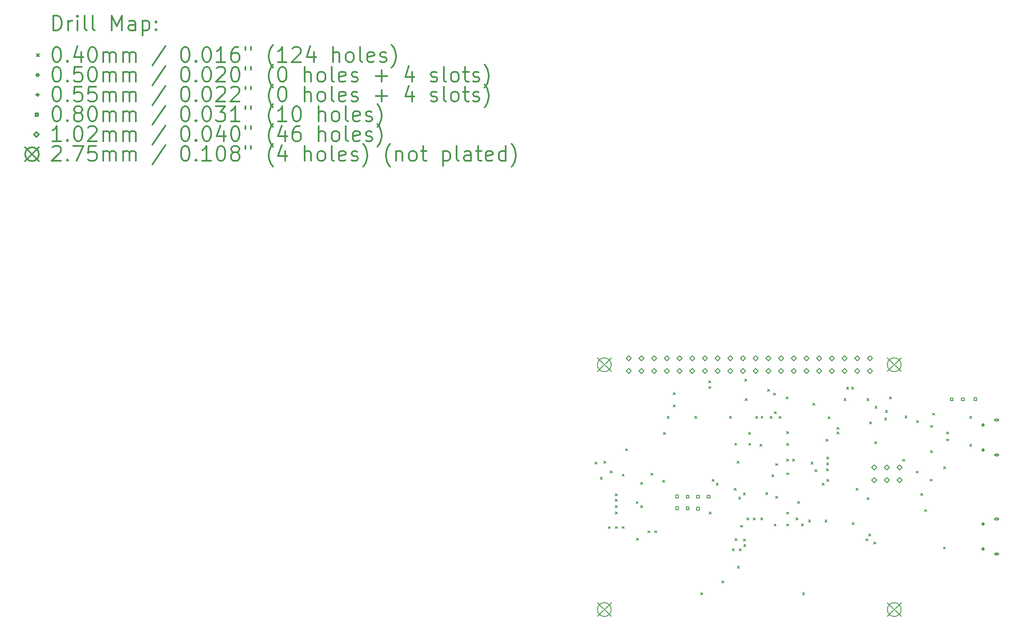
<source format=gbr>
%FSLAX45Y45*%
G04 Gerber Fmt 4.5, Leading zero omitted, Abs format (unit mm)*
G04 Created by KiCad (PCBNEW no-vcs-found-7403~56~ubuntu14.04.1) date Wed Dec 21 10:01:45 2016*
%MOMM*%
%LPD*%
G01*
G04 APERTURE LIST*
%ADD10C,0.127000*%
%ADD11C,0.200000*%
%ADD12C,0.300000*%
G04 APERTURE END LIST*
D10*
D11*
X11127000Y-9099000D02*
X11167000Y-9139000D01*
X11167000Y-9099000D02*
X11127000Y-9139000D01*
X11232200Y-9403400D02*
X11272200Y-9443400D01*
X11272200Y-9403400D02*
X11232200Y-9443400D01*
X11303000Y-9085000D02*
X11343000Y-9125000D01*
X11343000Y-9085000D02*
X11303000Y-9125000D01*
X11394000Y-10392000D02*
X11434000Y-10432000D01*
X11434000Y-10392000D02*
X11394000Y-10432000D01*
X11433258Y-9279258D02*
X11473258Y-9319258D01*
X11473258Y-9279258D02*
X11433258Y-9319258D01*
X11532000Y-10099000D02*
X11572000Y-10139000D01*
X11572000Y-10099000D02*
X11532000Y-10139000D01*
X11532000Y-9848000D02*
X11572000Y-9888000D01*
X11572000Y-9848000D02*
X11532000Y-9888000D01*
X11532000Y-9734001D02*
X11572000Y-9774001D01*
X11572000Y-9734001D02*
X11532000Y-9774001D01*
X11532000Y-9973000D02*
X11572000Y-10013000D01*
X11572000Y-9973000D02*
X11532000Y-10013000D01*
X11533000Y-10392000D02*
X11573000Y-10432000D01*
X11573000Y-10392000D02*
X11533000Y-10432000D01*
X11671000Y-10392000D02*
X11711000Y-10432000D01*
X11711000Y-10392000D02*
X11671000Y-10432000D01*
X11674000Y-9343000D02*
X11714000Y-9383000D01*
X11714000Y-9343000D02*
X11674000Y-9383000D01*
X11742000Y-8835000D02*
X11782000Y-8875000D01*
X11782000Y-8835000D02*
X11742000Y-8875000D01*
X11952500Y-9892500D02*
X11992500Y-9932500D01*
X11992500Y-9892500D02*
X11952500Y-9932500D01*
X11957000Y-10623000D02*
X11997000Y-10663000D01*
X11997000Y-10623000D02*
X11957000Y-10663000D01*
X12040000Y-9972500D02*
X12080000Y-10012500D01*
X12080000Y-9972500D02*
X12040000Y-10012500D01*
X12041000Y-9506000D02*
X12081000Y-9546000D01*
X12081000Y-9506000D02*
X12041000Y-9546000D01*
X12185000Y-10477500D02*
X12225000Y-10517500D01*
X12225000Y-10477500D02*
X12185000Y-10517500D01*
X12246000Y-9325000D02*
X12286000Y-9365000D01*
X12286000Y-9325000D02*
X12246000Y-9365000D01*
X12320000Y-10477500D02*
X12360000Y-10517500D01*
X12360000Y-10477500D02*
X12320000Y-10517500D01*
X12483000Y-9466000D02*
X12523000Y-9506000D01*
X12523000Y-9466000D02*
X12483000Y-9506000D01*
X12501000Y-8507000D02*
X12541000Y-8547000D01*
X12541000Y-8507000D02*
X12501000Y-8547000D01*
X12570000Y-8190000D02*
X12610000Y-8230000D01*
X12610000Y-8190000D02*
X12570000Y-8230000D01*
X12693000Y-7710000D02*
X12733000Y-7750000D01*
X12733000Y-7710000D02*
X12693000Y-7750000D01*
X12694000Y-7958000D02*
X12734000Y-7998000D01*
X12734000Y-7958000D02*
X12694000Y-7998000D01*
X13125000Y-8190000D02*
X13165000Y-8230000D01*
X13165000Y-8190000D02*
X13125000Y-8230000D01*
X13245000Y-11715000D02*
X13285000Y-11755000D01*
X13285000Y-11715000D02*
X13245000Y-11755000D01*
X13402500Y-7477500D02*
X13442500Y-7517500D01*
X13442500Y-7477500D02*
X13402500Y-7517500D01*
X13402500Y-7590000D02*
X13442500Y-7630000D01*
X13442500Y-7590000D02*
X13402500Y-7630000D01*
X13411000Y-10098000D02*
X13451000Y-10138000D01*
X13451000Y-10098000D02*
X13411000Y-10138000D01*
X13472500Y-9450000D02*
X13512500Y-9490000D01*
X13512500Y-9450000D02*
X13472500Y-9490000D01*
X13552500Y-9525000D02*
X13592500Y-9565000D01*
X13592500Y-9525000D02*
X13552500Y-9565000D01*
X13668000Y-11483000D02*
X13708000Y-11523000D01*
X13708000Y-11483000D02*
X13668000Y-11523000D01*
X13817500Y-8190000D02*
X13857500Y-8230000D01*
X13857500Y-8190000D02*
X13817500Y-8230000D01*
X13875000Y-10840000D02*
X13915000Y-10880000D01*
X13915000Y-10840000D02*
X13875000Y-10880000D01*
X13913000Y-9627000D02*
X13953000Y-9667000D01*
X13953000Y-9627000D02*
X13913000Y-9667000D01*
X13925000Y-8725000D02*
X13965000Y-8765000D01*
X13965000Y-8725000D02*
X13925000Y-8765000D01*
X13932500Y-10632500D02*
X13972500Y-10672500D01*
X13972500Y-10632500D02*
X13932500Y-10672500D01*
X13970000Y-9085000D02*
X14010000Y-9125000D01*
X14010000Y-9085000D02*
X13970000Y-9125000D01*
X13975400Y-11181400D02*
X14015400Y-11221400D01*
X14015400Y-11181400D02*
X13975400Y-11221400D01*
X14001000Y-9803000D02*
X14041000Y-9843000D01*
X14041000Y-9803000D02*
X14001000Y-9843000D01*
X14012500Y-10840000D02*
X14052500Y-10880000D01*
X14052500Y-10840000D02*
X14012500Y-10880000D01*
X14040000Y-10367500D02*
X14080000Y-10407500D01*
X14080000Y-10367500D02*
X14040000Y-10407500D01*
X14095000Y-9720000D02*
X14135000Y-9760000D01*
X14135000Y-9720000D02*
X14095000Y-9760000D01*
X14100000Y-10645000D02*
X14140000Y-10685000D01*
X14140000Y-10645000D02*
X14100000Y-10685000D01*
X14102500Y-10750000D02*
X14142500Y-10790000D01*
X14142500Y-10750000D02*
X14102500Y-10790000D01*
X14122500Y-7440000D02*
X14162500Y-7480000D01*
X14162500Y-7440000D02*
X14122500Y-7480000D01*
X14135000Y-7830000D02*
X14175000Y-7870000D01*
X14175000Y-7830000D02*
X14135000Y-7870000D01*
X14170000Y-10217500D02*
X14210000Y-10257500D01*
X14210000Y-10217500D02*
X14170000Y-10257500D01*
X14200000Y-8509000D02*
X14240000Y-8549000D01*
X14240000Y-8509000D02*
X14200000Y-8549000D01*
X14204000Y-8725000D02*
X14244000Y-8765000D01*
X14244000Y-8725000D02*
X14204000Y-8765000D01*
X14292500Y-10220000D02*
X14332500Y-10260000D01*
X14332500Y-10220000D02*
X14292500Y-10260000D01*
X14347000Y-8185000D02*
X14387000Y-8225000D01*
X14387000Y-8185000D02*
X14347000Y-8225000D01*
X14428000Y-8746000D02*
X14468000Y-8786000D01*
X14468000Y-8746000D02*
X14428000Y-8786000D01*
X14445000Y-10220000D02*
X14485000Y-10260000D01*
X14485000Y-10220000D02*
X14445000Y-10260000D01*
X14449835Y-8182499D02*
X14489835Y-8222499D01*
X14489835Y-8182499D02*
X14449835Y-8222499D01*
X14543000Y-9709000D02*
X14583000Y-9749000D01*
X14583000Y-9709000D02*
X14543000Y-9749000D01*
X14580000Y-7642500D02*
X14620000Y-7682500D01*
X14620000Y-7642500D02*
X14580000Y-7682500D01*
X14630000Y-8190000D02*
X14670000Y-8230000D01*
X14670000Y-8190000D02*
X14630000Y-8230000D01*
X14665000Y-9355000D02*
X14705000Y-9395000D01*
X14705000Y-9355000D02*
X14665000Y-9395000D01*
X14702500Y-7720000D02*
X14742500Y-7760000D01*
X14742500Y-7720000D02*
X14702500Y-7760000D01*
X14712500Y-10342500D02*
X14752500Y-10382500D01*
X14752500Y-10342500D02*
X14712500Y-10382500D01*
X14715000Y-8095000D02*
X14755000Y-8135000D01*
X14755000Y-8095000D02*
X14715000Y-8135000D01*
X14740000Y-9787500D02*
X14780000Y-9827500D01*
X14780000Y-9787500D02*
X14740000Y-9827500D01*
X14745000Y-9130000D02*
X14785000Y-9170000D01*
X14785000Y-9130000D02*
X14745000Y-9170000D01*
X14812500Y-8187500D02*
X14852500Y-8227500D01*
X14852500Y-8187500D02*
X14812500Y-8227500D01*
X14955000Y-7795000D02*
X14995000Y-7835000D01*
X14995000Y-7795000D02*
X14955000Y-7835000D01*
X14960000Y-9317500D02*
X15000000Y-9357500D01*
X15000000Y-9317500D02*
X14960000Y-9357500D01*
X14962500Y-8492500D02*
X15002500Y-8532500D01*
X15002500Y-8492500D02*
X14962500Y-8532500D01*
X14962500Y-8730000D02*
X15002500Y-8770000D01*
X15002500Y-8730000D02*
X14962500Y-8770000D01*
X14962500Y-9042500D02*
X15002500Y-9082500D01*
X15002500Y-9042500D02*
X14962500Y-9082500D01*
X14965000Y-10105000D02*
X15005000Y-10145000D01*
X15005000Y-10105000D02*
X14965000Y-10145000D01*
X14965000Y-10342500D02*
X15005000Y-10382500D01*
X15005000Y-10342500D02*
X14965000Y-10382500D01*
X15083000Y-9042000D02*
X15123000Y-9082000D01*
X15123000Y-9042000D02*
X15083000Y-9082000D01*
X15150000Y-10220000D02*
X15190000Y-10260000D01*
X15190000Y-10220000D02*
X15150000Y-10260000D01*
X15185000Y-9887500D02*
X15225000Y-9927500D01*
X15225000Y-9887500D02*
X15185000Y-9927500D01*
X15260000Y-10340000D02*
X15300000Y-10380000D01*
X15300000Y-10340000D02*
X15260000Y-10380000D01*
X15280000Y-11715000D02*
X15320000Y-11755000D01*
X15320000Y-11715000D02*
X15280000Y-11755000D01*
X15400000Y-10260000D02*
X15440000Y-10300000D01*
X15440000Y-10260000D02*
X15400000Y-10300000D01*
X15450000Y-9100000D02*
X15490000Y-9140000D01*
X15490000Y-9100000D02*
X15450000Y-9140000D01*
X15485000Y-7925000D02*
X15525000Y-7965000D01*
X15525000Y-7925000D02*
X15485000Y-7965000D01*
X15532500Y-9255000D02*
X15572500Y-9295000D01*
X15572500Y-9255000D02*
X15532500Y-9295000D01*
X15672500Y-9527500D02*
X15712500Y-9567500D01*
X15712500Y-9527500D02*
X15672500Y-9567500D01*
X15730000Y-10260000D02*
X15770000Y-10300000D01*
X15770000Y-10260000D02*
X15730000Y-10300000D01*
X15750000Y-8645000D02*
X15790000Y-8685000D01*
X15790000Y-8645000D02*
X15750000Y-8685000D01*
X15760000Y-9235000D02*
X15800000Y-9275000D01*
X15800000Y-9235000D02*
X15760000Y-9275000D01*
X15762500Y-9120000D02*
X15802500Y-9160000D01*
X15802500Y-9120000D02*
X15762500Y-9160000D01*
X15765000Y-9000000D02*
X15805000Y-9040000D01*
X15805000Y-9000000D02*
X15765000Y-9040000D01*
X15765000Y-9447500D02*
X15805000Y-9487500D01*
X15805000Y-9447500D02*
X15765000Y-9487500D01*
X15795000Y-8195000D02*
X15835000Y-8235000D01*
X15835000Y-8195000D02*
X15795000Y-8235000D01*
X15969000Y-8410000D02*
X16009000Y-8450000D01*
X16009000Y-8410000D02*
X15969000Y-8450000D01*
X15970000Y-8502500D02*
X16010000Y-8542500D01*
X16010000Y-8502500D02*
X15970000Y-8542500D01*
X16109000Y-7828600D02*
X16149000Y-7868600D01*
X16149000Y-7828600D02*
X16109000Y-7868600D01*
X16159800Y-7600000D02*
X16199800Y-7640000D01*
X16199800Y-7600000D02*
X16159800Y-7640000D01*
X16261400Y-7600000D02*
X16301400Y-7640000D01*
X16301400Y-7600000D02*
X16261400Y-7640000D01*
X16277500Y-10315000D02*
X16317500Y-10355000D01*
X16317500Y-10315000D02*
X16277500Y-10355000D01*
X16352000Y-9624000D02*
X16392000Y-9664000D01*
X16392000Y-9624000D02*
X16352000Y-9664000D01*
X16547500Y-10637500D02*
X16587500Y-10677500D01*
X16587500Y-10637500D02*
X16547500Y-10677500D01*
X16566200Y-7828600D02*
X16606200Y-7868600D01*
X16606200Y-7828600D02*
X16566200Y-7868600D01*
X16569000Y-9813000D02*
X16609000Y-9853000D01*
X16609000Y-9813000D02*
X16569000Y-9853000D01*
X16602500Y-10540000D02*
X16642500Y-10580000D01*
X16642500Y-10540000D02*
X16602500Y-10580000D01*
X16625000Y-8295000D02*
X16665000Y-8335000D01*
X16665000Y-8295000D02*
X16625000Y-8335000D01*
X16710000Y-10703000D02*
X16750000Y-10743000D01*
X16750000Y-10703000D02*
X16710000Y-10743000D01*
X16722000Y-8695000D02*
X16762000Y-8735000D01*
X16762000Y-8695000D02*
X16722000Y-8735000D01*
X16728000Y-7986000D02*
X16768000Y-8026000D01*
X16768000Y-7986000D02*
X16728000Y-8026000D01*
X16923000Y-8221000D02*
X16963000Y-8261000D01*
X16963000Y-8221000D02*
X16923000Y-8261000D01*
X16939000Y-8068000D02*
X16979000Y-8108000D01*
X16979000Y-8068000D02*
X16939000Y-8108000D01*
X17021000Y-7800000D02*
X17061000Y-7840000D01*
X17061000Y-7800000D02*
X17021000Y-7840000D01*
X17285000Y-9047500D02*
X17325000Y-9087500D01*
X17325000Y-9047500D02*
X17285000Y-9087500D01*
X17330000Y-8181000D02*
X17370000Y-8221000D01*
X17370000Y-8181000D02*
X17330000Y-8221000D01*
X17553000Y-9284000D02*
X17593000Y-9324000D01*
X17593000Y-9284000D02*
X17553000Y-9324000D01*
X17563000Y-8274000D02*
X17603000Y-8314000D01*
X17603000Y-8274000D02*
X17563000Y-8314000D01*
X17644000Y-9729000D02*
X17684000Y-9769000D01*
X17684000Y-9729000D02*
X17644000Y-9769000D01*
X17726000Y-10054000D02*
X17766000Y-10094000D01*
X17766000Y-10054000D02*
X17726000Y-10094000D01*
X17832000Y-9445000D02*
X17872000Y-9485000D01*
X17872000Y-9445000D02*
X17832000Y-9485000D01*
X17842000Y-8875000D02*
X17882000Y-8915000D01*
X17882000Y-8875000D02*
X17842000Y-8915000D01*
X17844000Y-8370000D02*
X17884000Y-8410000D01*
X17884000Y-8370000D02*
X17844000Y-8410000D01*
X17882000Y-8124000D02*
X17922000Y-8164000D01*
X17922000Y-8124000D02*
X17882000Y-8164000D01*
X18100000Y-10800000D02*
X18140000Y-10840000D01*
X18140000Y-10800000D02*
X18100000Y-10840000D01*
X18102000Y-9196000D02*
X18142000Y-9236000D01*
X18142000Y-9196000D02*
X18102000Y-9236000D01*
X18165000Y-8640000D02*
X18205000Y-8680000D01*
X18205000Y-8640000D02*
X18165000Y-8680000D01*
X18166000Y-8498000D02*
X18206000Y-8538000D01*
X18206000Y-8498000D02*
X18166000Y-8538000D01*
X18623600Y-8184200D02*
X18663600Y-8224200D01*
X18663600Y-8184200D02*
X18623600Y-8224200D01*
X18623600Y-8743000D02*
X18663600Y-8783000D01*
X18663600Y-8743000D02*
X18623600Y-8783000D01*
X19188746Y-8260690D02*
G75*
G03X19188746Y-8260690I-25000J0D01*
G01*
X19196246Y-8245690D02*
X19131246Y-8245690D01*
X19196246Y-8275690D02*
X19131246Y-8275690D01*
X19131246Y-8245690D02*
G75*
G03X19131246Y-8275690I0J-15000D01*
G01*
X19196246Y-8275690D02*
G75*
G03X19196246Y-8245690I0J15000D01*
G01*
X19188746Y-8960690D02*
G75*
G03X19188746Y-8960690I-25000J0D01*
G01*
X19196246Y-8945690D02*
X19131246Y-8945690D01*
X19196246Y-8975690D02*
X19131246Y-8975690D01*
X19131246Y-8945690D02*
G75*
G03X19131246Y-8975690I0J-15000D01*
G01*
X19196246Y-8975690D02*
G75*
G03X19196246Y-8945690I0J15000D01*
G01*
X19188746Y-10241890D02*
G75*
G03X19188746Y-10241890I-25000J0D01*
G01*
X19196246Y-10226890D02*
X19131246Y-10226890D01*
X19196246Y-10256890D02*
X19131246Y-10256890D01*
X19131246Y-10226890D02*
G75*
G03X19131246Y-10256890I0J-15000D01*
G01*
X19196246Y-10256890D02*
G75*
G03X19196246Y-10226890I0J15000D01*
G01*
X19188746Y-10941890D02*
G75*
G03X19188746Y-10941890I-25000J0D01*
G01*
X19196246Y-10926890D02*
X19131246Y-10926890D01*
X19196246Y-10956890D02*
X19131246Y-10956890D01*
X19131246Y-10926890D02*
G75*
G03X19131246Y-10956890I0J-15000D01*
G01*
X19196246Y-10956890D02*
G75*
G03X19196246Y-10926890I0J15000D01*
G01*
X18893746Y-8333190D02*
X18893746Y-8388190D01*
X18866246Y-8360690D02*
X18921246Y-8360690D01*
X18911246Y-8375690D02*
X18911246Y-8345690D01*
X18876246Y-8375690D02*
X18876246Y-8345690D01*
X18911246Y-8345690D02*
G75*
G03X18876246Y-8345690I-17500J0D01*
G01*
X18876246Y-8375690D02*
G75*
G03X18911246Y-8375690I17500J0D01*
G01*
X18893746Y-8833190D02*
X18893746Y-8888190D01*
X18866246Y-8860690D02*
X18921246Y-8860690D01*
X18911246Y-8875690D02*
X18911246Y-8845690D01*
X18876246Y-8875690D02*
X18876246Y-8845690D01*
X18911246Y-8845690D02*
G75*
G03X18876246Y-8845690I-17500J0D01*
G01*
X18876246Y-8875690D02*
G75*
G03X18911246Y-8875690I17500J0D01*
G01*
X18893746Y-10314390D02*
X18893746Y-10369390D01*
X18866246Y-10341890D02*
X18921246Y-10341890D01*
X18911246Y-10356890D02*
X18911246Y-10326890D01*
X18876246Y-10356890D02*
X18876246Y-10326890D01*
X18911246Y-10326890D02*
G75*
G03X18876246Y-10326890I-17500J0D01*
G01*
X18876246Y-10356890D02*
G75*
G03X18911246Y-10356890I17500J0D01*
G01*
X18893746Y-10814390D02*
X18893746Y-10869390D01*
X18866246Y-10841890D02*
X18921246Y-10841890D01*
X18911246Y-10856890D02*
X18911246Y-10826890D01*
X18876246Y-10856890D02*
X18876246Y-10826890D01*
X18911246Y-10826890D02*
G75*
G03X18876246Y-10826890I-17500J0D01*
G01*
X18876246Y-10856890D02*
G75*
G03X18911246Y-10856890I17500J0D01*
G01*
X12798284Y-9818285D02*
X12798284Y-9761716D01*
X12741715Y-9761716D01*
X12741715Y-9818285D01*
X12798284Y-9818285D01*
X12798284Y-10058285D02*
X12798284Y-10001716D01*
X12741715Y-10001716D01*
X12741715Y-10058285D01*
X12798284Y-10058285D01*
X13008284Y-9823285D02*
X13008284Y-9766716D01*
X12951715Y-9766716D01*
X12951715Y-9823285D01*
X13008284Y-9823285D01*
X13008284Y-10058285D02*
X13008284Y-10001716D01*
X12951715Y-10001716D01*
X12951715Y-10058285D01*
X13008284Y-10058285D01*
X13218284Y-9823285D02*
X13218284Y-9766716D01*
X13161715Y-9766716D01*
X13161715Y-9823285D01*
X13218284Y-9823285D01*
X13218284Y-10061285D02*
X13218284Y-10004716D01*
X13161715Y-10004716D01*
X13161715Y-10061285D01*
X13218284Y-10061285D01*
X13428284Y-9823285D02*
X13428284Y-9766716D01*
X13371715Y-9766716D01*
X13371715Y-9823285D01*
X13428284Y-9823285D01*
X18292285Y-7874284D02*
X18292285Y-7817715D01*
X18235716Y-7817715D01*
X18235716Y-7874284D01*
X18292285Y-7874284D01*
X18516285Y-7874284D02*
X18516285Y-7817715D01*
X18459716Y-7817715D01*
X18459716Y-7874284D01*
X18516285Y-7874284D01*
X18767285Y-7873284D02*
X18767285Y-7816715D01*
X18710716Y-7816715D01*
X18710716Y-7873284D01*
X18767285Y-7873284D01*
X11802000Y-7078800D02*
X11852800Y-7028000D01*
X11802000Y-6977200D01*
X11751200Y-7028000D01*
X11802000Y-7078800D01*
X11802000Y-7332800D02*
X11852800Y-7282000D01*
X11802000Y-7231200D01*
X11751200Y-7282000D01*
X11802000Y-7332800D01*
X12056000Y-7078800D02*
X12106800Y-7028000D01*
X12056000Y-6977200D01*
X12005200Y-7028000D01*
X12056000Y-7078800D01*
X12056000Y-7332800D02*
X12106800Y-7282000D01*
X12056000Y-7231200D01*
X12005200Y-7282000D01*
X12056000Y-7332800D01*
X12310000Y-7078800D02*
X12360800Y-7028000D01*
X12310000Y-6977200D01*
X12259200Y-7028000D01*
X12310000Y-7078800D01*
X12310000Y-7332800D02*
X12360800Y-7282000D01*
X12310000Y-7231200D01*
X12259200Y-7282000D01*
X12310000Y-7332800D01*
X12564000Y-7078800D02*
X12614800Y-7028000D01*
X12564000Y-6977200D01*
X12513200Y-7028000D01*
X12564000Y-7078800D01*
X12564000Y-7332800D02*
X12614800Y-7282000D01*
X12564000Y-7231200D01*
X12513200Y-7282000D01*
X12564000Y-7332800D01*
X12818000Y-7078800D02*
X12868800Y-7028000D01*
X12818000Y-6977200D01*
X12767200Y-7028000D01*
X12818000Y-7078800D01*
X12818000Y-7332800D02*
X12868800Y-7282000D01*
X12818000Y-7231200D01*
X12767200Y-7282000D01*
X12818000Y-7332800D01*
X13072000Y-7078800D02*
X13122800Y-7028000D01*
X13072000Y-6977200D01*
X13021200Y-7028000D01*
X13072000Y-7078800D01*
X13072000Y-7332800D02*
X13122800Y-7282000D01*
X13072000Y-7231200D01*
X13021200Y-7282000D01*
X13072000Y-7332800D01*
X13326000Y-7078800D02*
X13376800Y-7028000D01*
X13326000Y-6977200D01*
X13275200Y-7028000D01*
X13326000Y-7078800D01*
X13326000Y-7332800D02*
X13376800Y-7282000D01*
X13326000Y-7231200D01*
X13275200Y-7282000D01*
X13326000Y-7332800D01*
X13580000Y-7078800D02*
X13630800Y-7028000D01*
X13580000Y-6977200D01*
X13529200Y-7028000D01*
X13580000Y-7078800D01*
X13580000Y-7332800D02*
X13630800Y-7282000D01*
X13580000Y-7231200D01*
X13529200Y-7282000D01*
X13580000Y-7332800D01*
X13834000Y-7078800D02*
X13884800Y-7028000D01*
X13834000Y-6977200D01*
X13783200Y-7028000D01*
X13834000Y-7078800D01*
X13834000Y-7332800D02*
X13884800Y-7282000D01*
X13834000Y-7231200D01*
X13783200Y-7282000D01*
X13834000Y-7332800D01*
X14088000Y-7078800D02*
X14138800Y-7028000D01*
X14088000Y-6977200D01*
X14037200Y-7028000D01*
X14088000Y-7078800D01*
X14088000Y-7332800D02*
X14138800Y-7282000D01*
X14088000Y-7231200D01*
X14037200Y-7282000D01*
X14088000Y-7332800D01*
X14342000Y-7078800D02*
X14392800Y-7028000D01*
X14342000Y-6977200D01*
X14291200Y-7028000D01*
X14342000Y-7078800D01*
X14342000Y-7332800D02*
X14392800Y-7282000D01*
X14342000Y-7231200D01*
X14291200Y-7282000D01*
X14342000Y-7332800D01*
X14596000Y-7078800D02*
X14646800Y-7028000D01*
X14596000Y-6977200D01*
X14545200Y-7028000D01*
X14596000Y-7078800D01*
X14596000Y-7332800D02*
X14646800Y-7282000D01*
X14596000Y-7231200D01*
X14545200Y-7282000D01*
X14596000Y-7332800D01*
X14850000Y-7078800D02*
X14900800Y-7028000D01*
X14850000Y-6977200D01*
X14799200Y-7028000D01*
X14850000Y-7078800D01*
X14850000Y-7332800D02*
X14900800Y-7282000D01*
X14850000Y-7231200D01*
X14799200Y-7282000D01*
X14850000Y-7332800D01*
X15104000Y-7078800D02*
X15154800Y-7028000D01*
X15104000Y-6977200D01*
X15053200Y-7028000D01*
X15104000Y-7078800D01*
X15104000Y-7332800D02*
X15154800Y-7282000D01*
X15104000Y-7231200D01*
X15053200Y-7282000D01*
X15104000Y-7332800D01*
X15358000Y-7078800D02*
X15408800Y-7028000D01*
X15358000Y-6977200D01*
X15307200Y-7028000D01*
X15358000Y-7078800D01*
X15358000Y-7332800D02*
X15408800Y-7282000D01*
X15358000Y-7231200D01*
X15307200Y-7282000D01*
X15358000Y-7332800D01*
X15612000Y-7078800D02*
X15662800Y-7028000D01*
X15612000Y-6977200D01*
X15561200Y-7028000D01*
X15612000Y-7078800D01*
X15612000Y-7332800D02*
X15662800Y-7282000D01*
X15612000Y-7231200D01*
X15561200Y-7282000D01*
X15612000Y-7332800D01*
X15866000Y-7078800D02*
X15916800Y-7028000D01*
X15866000Y-6977200D01*
X15815200Y-7028000D01*
X15866000Y-7078800D01*
X15866000Y-7332800D02*
X15916800Y-7282000D01*
X15866000Y-7231200D01*
X15815200Y-7282000D01*
X15866000Y-7332800D01*
X16120000Y-7078800D02*
X16170800Y-7028000D01*
X16120000Y-6977200D01*
X16069200Y-7028000D01*
X16120000Y-7078800D01*
X16120000Y-7332800D02*
X16170800Y-7282000D01*
X16120000Y-7231200D01*
X16069200Y-7282000D01*
X16120000Y-7332800D01*
X16374000Y-7078800D02*
X16424800Y-7028000D01*
X16374000Y-6977200D01*
X16323200Y-7028000D01*
X16374000Y-7078800D01*
X16374000Y-7332800D02*
X16424800Y-7282000D01*
X16374000Y-7231200D01*
X16323200Y-7282000D01*
X16374000Y-7332800D01*
X16628000Y-7078800D02*
X16678800Y-7028000D01*
X16628000Y-6977200D01*
X16577200Y-7028000D01*
X16628000Y-7078800D01*
X16628000Y-7332800D02*
X16678800Y-7282000D01*
X16628000Y-7231200D01*
X16577200Y-7282000D01*
X16628000Y-7332800D01*
X16713200Y-9261800D02*
X16764000Y-9211000D01*
X16713200Y-9160200D01*
X16662400Y-9211000D01*
X16713200Y-9261800D01*
X16713200Y-9515800D02*
X16764000Y-9465000D01*
X16713200Y-9414200D01*
X16662400Y-9465000D01*
X16713200Y-9515800D01*
X16967200Y-9261800D02*
X17018000Y-9211000D01*
X16967200Y-9160200D01*
X16916400Y-9211000D01*
X16967200Y-9261800D01*
X16967200Y-9515800D02*
X17018000Y-9465000D01*
X16967200Y-9414200D01*
X16916400Y-9465000D01*
X16967200Y-9515800D01*
X17221200Y-9261800D02*
X17272000Y-9211000D01*
X17221200Y-9160200D01*
X17170400Y-9211000D01*
X17221200Y-9261800D01*
X17221200Y-9515800D02*
X17272000Y-9465000D01*
X17221200Y-9414200D01*
X17170400Y-9465000D01*
X17221200Y-9515800D01*
X11177500Y-7017500D02*
X11452500Y-7292500D01*
X11452500Y-7017500D02*
X11177500Y-7292500D01*
X11452500Y-7155000D02*
G75*
G03X11452500Y-7155000I-137500J0D01*
G01*
X11177500Y-11917500D02*
X11452500Y-12192500D01*
X11452500Y-11917500D02*
X11177500Y-12192500D01*
X11452500Y-12055000D02*
G75*
G03X11452500Y-12055000I-137500J0D01*
G01*
X16977500Y-7017500D02*
X17252500Y-7292500D01*
X17252500Y-7017500D02*
X16977500Y-7292500D01*
X17252500Y-7155000D02*
G75*
G03X17252500Y-7155000I-137500J0D01*
G01*
X16977500Y-11917500D02*
X17252500Y-12192500D01*
X17252500Y-11917500D02*
X16977500Y-12192500D01*
X17252500Y-12055000D02*
G75*
G03X17252500Y-12055000I-137500J0D01*
G01*
D12*
X286429Y-465714D02*
X286429Y-165714D01*
X357857Y-165714D01*
X400714Y-180000D01*
X429286Y-208571D01*
X443571Y-237143D01*
X457857Y-294286D01*
X457857Y-337143D01*
X443571Y-394286D01*
X429286Y-422857D01*
X400714Y-451428D01*
X357857Y-465714D01*
X286429Y-465714D01*
X586429Y-465714D02*
X586429Y-265714D01*
X586429Y-322857D02*
X600714Y-294286D01*
X615000Y-280000D01*
X643571Y-265714D01*
X672143Y-265714D01*
X772143Y-465714D02*
X772143Y-265714D01*
X772143Y-165714D02*
X757857Y-180000D01*
X772143Y-194286D01*
X786428Y-180000D01*
X772143Y-165714D01*
X772143Y-194286D01*
X957857Y-465714D02*
X929286Y-451428D01*
X915000Y-422857D01*
X915000Y-165714D01*
X1115000Y-465714D02*
X1086429Y-451428D01*
X1072143Y-422857D01*
X1072143Y-165714D01*
X1457857Y-465714D02*
X1457857Y-165714D01*
X1557857Y-380000D01*
X1657857Y-165714D01*
X1657857Y-465714D01*
X1929286Y-465714D02*
X1929286Y-308571D01*
X1915000Y-280000D01*
X1886428Y-265714D01*
X1829286Y-265714D01*
X1800714Y-280000D01*
X1929286Y-451428D02*
X1900714Y-465714D01*
X1829286Y-465714D01*
X1800714Y-451428D01*
X1786428Y-422857D01*
X1786428Y-394286D01*
X1800714Y-365714D01*
X1829286Y-351428D01*
X1900714Y-351428D01*
X1929286Y-337143D01*
X2072143Y-265714D02*
X2072143Y-565714D01*
X2072143Y-280000D02*
X2100714Y-265714D01*
X2157857Y-265714D01*
X2186429Y-280000D01*
X2200714Y-294286D01*
X2215000Y-322857D01*
X2215000Y-408571D01*
X2200714Y-437143D01*
X2186429Y-451428D01*
X2157857Y-465714D01*
X2100714Y-465714D01*
X2072143Y-451428D01*
X2343571Y-437143D02*
X2357857Y-451428D01*
X2343571Y-465714D01*
X2329286Y-451428D01*
X2343571Y-437143D01*
X2343571Y-465714D01*
X2343571Y-280000D02*
X2357857Y-294286D01*
X2343571Y-308571D01*
X2329286Y-294286D01*
X2343571Y-280000D01*
X2343571Y-308571D01*
X-40000Y-940000D02*
X0Y-980000D01*
X0Y-940000D02*
X-40000Y-980000D01*
X343571Y-795714D02*
X372143Y-795714D01*
X400714Y-810000D01*
X415000Y-824286D01*
X429286Y-852857D01*
X443571Y-910000D01*
X443571Y-981428D01*
X429286Y-1038571D01*
X415000Y-1067143D01*
X400714Y-1081429D01*
X372143Y-1095714D01*
X343571Y-1095714D01*
X315000Y-1081429D01*
X300714Y-1067143D01*
X286429Y-1038571D01*
X272143Y-981428D01*
X272143Y-910000D01*
X286429Y-852857D01*
X300714Y-824286D01*
X315000Y-810000D01*
X343571Y-795714D01*
X572143Y-1067143D02*
X586429Y-1081429D01*
X572143Y-1095714D01*
X557857Y-1081429D01*
X572143Y-1067143D01*
X572143Y-1095714D01*
X843571Y-895714D02*
X843571Y-1095714D01*
X772143Y-781428D02*
X700714Y-995714D01*
X886428Y-995714D01*
X1057857Y-795714D02*
X1086429Y-795714D01*
X1115000Y-810000D01*
X1129286Y-824286D01*
X1143571Y-852857D01*
X1157857Y-910000D01*
X1157857Y-981428D01*
X1143571Y-1038571D01*
X1129286Y-1067143D01*
X1115000Y-1081429D01*
X1086429Y-1095714D01*
X1057857Y-1095714D01*
X1029286Y-1081429D01*
X1015000Y-1067143D01*
X1000714Y-1038571D01*
X986428Y-981428D01*
X986428Y-910000D01*
X1000714Y-852857D01*
X1015000Y-824286D01*
X1029286Y-810000D01*
X1057857Y-795714D01*
X1286429Y-1095714D02*
X1286429Y-895714D01*
X1286429Y-924286D02*
X1300714Y-910000D01*
X1329286Y-895714D01*
X1372143Y-895714D01*
X1400714Y-910000D01*
X1415000Y-938571D01*
X1415000Y-1095714D01*
X1415000Y-938571D02*
X1429286Y-910000D01*
X1457857Y-895714D01*
X1500714Y-895714D01*
X1529286Y-910000D01*
X1543571Y-938571D01*
X1543571Y-1095714D01*
X1686428Y-1095714D02*
X1686428Y-895714D01*
X1686428Y-924286D02*
X1700714Y-910000D01*
X1729286Y-895714D01*
X1772143Y-895714D01*
X1800714Y-910000D01*
X1815000Y-938571D01*
X1815000Y-1095714D01*
X1815000Y-938571D02*
X1829286Y-910000D01*
X1857857Y-895714D01*
X1900714Y-895714D01*
X1929286Y-910000D01*
X1943571Y-938571D01*
X1943571Y-1095714D01*
X2529286Y-781428D02*
X2272143Y-1167143D01*
X2915000Y-795714D02*
X2943571Y-795714D01*
X2972143Y-810000D01*
X2986428Y-824286D01*
X3000714Y-852857D01*
X3015000Y-910000D01*
X3015000Y-981428D01*
X3000714Y-1038571D01*
X2986428Y-1067143D01*
X2972143Y-1081429D01*
X2943571Y-1095714D01*
X2915000Y-1095714D01*
X2886428Y-1081429D01*
X2872143Y-1067143D01*
X2857857Y-1038571D01*
X2843571Y-981428D01*
X2843571Y-910000D01*
X2857857Y-852857D01*
X2872143Y-824286D01*
X2886428Y-810000D01*
X2915000Y-795714D01*
X3143571Y-1067143D02*
X3157857Y-1081429D01*
X3143571Y-1095714D01*
X3129286Y-1081429D01*
X3143571Y-1067143D01*
X3143571Y-1095714D01*
X3343571Y-795714D02*
X3372143Y-795714D01*
X3400714Y-810000D01*
X3415000Y-824286D01*
X3429286Y-852857D01*
X3443571Y-910000D01*
X3443571Y-981428D01*
X3429286Y-1038571D01*
X3415000Y-1067143D01*
X3400714Y-1081429D01*
X3372143Y-1095714D01*
X3343571Y-1095714D01*
X3315000Y-1081429D01*
X3300714Y-1067143D01*
X3286428Y-1038571D01*
X3272143Y-981428D01*
X3272143Y-910000D01*
X3286428Y-852857D01*
X3300714Y-824286D01*
X3315000Y-810000D01*
X3343571Y-795714D01*
X3729286Y-1095714D02*
X3557857Y-1095714D01*
X3643571Y-1095714D02*
X3643571Y-795714D01*
X3615000Y-838571D01*
X3586428Y-867143D01*
X3557857Y-881428D01*
X3986428Y-795714D02*
X3929286Y-795714D01*
X3900714Y-810000D01*
X3886428Y-824286D01*
X3857857Y-867143D01*
X3843571Y-924286D01*
X3843571Y-1038571D01*
X3857857Y-1067143D01*
X3872143Y-1081429D01*
X3900714Y-1095714D01*
X3957857Y-1095714D01*
X3986428Y-1081429D01*
X4000714Y-1067143D01*
X4015000Y-1038571D01*
X4015000Y-967143D01*
X4000714Y-938571D01*
X3986428Y-924286D01*
X3957857Y-910000D01*
X3900714Y-910000D01*
X3872143Y-924286D01*
X3857857Y-938571D01*
X3843571Y-967143D01*
X4129286Y-795714D02*
X4129286Y-852857D01*
X4243571Y-795714D02*
X4243571Y-852857D01*
X4686429Y-1210000D02*
X4672143Y-1195714D01*
X4643571Y-1152857D01*
X4629286Y-1124286D01*
X4615000Y-1081429D01*
X4600714Y-1010000D01*
X4600714Y-952857D01*
X4615000Y-881428D01*
X4629286Y-838571D01*
X4643571Y-810000D01*
X4672143Y-767143D01*
X4686429Y-752857D01*
X4957857Y-1095714D02*
X4786429Y-1095714D01*
X4872143Y-1095714D02*
X4872143Y-795714D01*
X4843571Y-838571D01*
X4815000Y-867143D01*
X4786429Y-881428D01*
X5072143Y-824286D02*
X5086429Y-810000D01*
X5115000Y-795714D01*
X5186429Y-795714D01*
X5215000Y-810000D01*
X5229286Y-824286D01*
X5243571Y-852857D01*
X5243571Y-881428D01*
X5229286Y-924286D01*
X5057857Y-1095714D01*
X5243571Y-1095714D01*
X5500714Y-895714D02*
X5500714Y-1095714D01*
X5429286Y-781428D02*
X5357857Y-995714D01*
X5543571Y-995714D01*
X5886428Y-1095714D02*
X5886428Y-795714D01*
X6015000Y-1095714D02*
X6015000Y-938571D01*
X6000714Y-910000D01*
X5972143Y-895714D01*
X5929286Y-895714D01*
X5900714Y-910000D01*
X5886428Y-924286D01*
X6200714Y-1095714D02*
X6172143Y-1081429D01*
X6157857Y-1067143D01*
X6143571Y-1038571D01*
X6143571Y-952857D01*
X6157857Y-924286D01*
X6172143Y-910000D01*
X6200714Y-895714D01*
X6243571Y-895714D01*
X6272143Y-910000D01*
X6286428Y-924286D01*
X6300714Y-952857D01*
X6300714Y-1038571D01*
X6286428Y-1067143D01*
X6272143Y-1081429D01*
X6243571Y-1095714D01*
X6200714Y-1095714D01*
X6472143Y-1095714D02*
X6443571Y-1081429D01*
X6429286Y-1052857D01*
X6429286Y-795714D01*
X6700714Y-1081429D02*
X6672143Y-1095714D01*
X6615000Y-1095714D01*
X6586428Y-1081429D01*
X6572143Y-1052857D01*
X6572143Y-938571D01*
X6586428Y-910000D01*
X6615000Y-895714D01*
X6672143Y-895714D01*
X6700714Y-910000D01*
X6715000Y-938571D01*
X6715000Y-967143D01*
X6572143Y-995714D01*
X6829286Y-1081429D02*
X6857857Y-1095714D01*
X6915000Y-1095714D01*
X6943571Y-1081429D01*
X6957857Y-1052857D01*
X6957857Y-1038571D01*
X6943571Y-1010000D01*
X6915000Y-995714D01*
X6872143Y-995714D01*
X6843571Y-981428D01*
X6829286Y-952857D01*
X6829286Y-938571D01*
X6843571Y-910000D01*
X6872143Y-895714D01*
X6915000Y-895714D01*
X6943571Y-910000D01*
X7057857Y-1210000D02*
X7072143Y-1195714D01*
X7100714Y-1152857D01*
X7115000Y-1124286D01*
X7129286Y-1081429D01*
X7143571Y-1010000D01*
X7143571Y-952857D01*
X7129286Y-881428D01*
X7115000Y-838571D01*
X7100714Y-810000D01*
X7072143Y-767143D01*
X7057857Y-752857D01*
X0Y-1356000D02*
G75*
G03X0Y-1356000I-25000J0D01*
G01*
X343571Y-1191714D02*
X372143Y-1191714D01*
X400714Y-1206000D01*
X415000Y-1220286D01*
X429286Y-1248857D01*
X443571Y-1306000D01*
X443571Y-1377429D01*
X429286Y-1434571D01*
X415000Y-1463143D01*
X400714Y-1477428D01*
X372143Y-1491714D01*
X343571Y-1491714D01*
X315000Y-1477428D01*
X300714Y-1463143D01*
X286429Y-1434571D01*
X272143Y-1377429D01*
X272143Y-1306000D01*
X286429Y-1248857D01*
X300714Y-1220286D01*
X315000Y-1206000D01*
X343571Y-1191714D01*
X572143Y-1463143D02*
X586429Y-1477428D01*
X572143Y-1491714D01*
X557857Y-1477428D01*
X572143Y-1463143D01*
X572143Y-1491714D01*
X857857Y-1191714D02*
X715000Y-1191714D01*
X700714Y-1334571D01*
X715000Y-1320286D01*
X743571Y-1306000D01*
X815000Y-1306000D01*
X843571Y-1320286D01*
X857857Y-1334571D01*
X872143Y-1363143D01*
X872143Y-1434571D01*
X857857Y-1463143D01*
X843571Y-1477428D01*
X815000Y-1491714D01*
X743571Y-1491714D01*
X715000Y-1477428D01*
X700714Y-1463143D01*
X1057857Y-1191714D02*
X1086429Y-1191714D01*
X1115000Y-1206000D01*
X1129286Y-1220286D01*
X1143571Y-1248857D01*
X1157857Y-1306000D01*
X1157857Y-1377429D01*
X1143571Y-1434571D01*
X1129286Y-1463143D01*
X1115000Y-1477428D01*
X1086429Y-1491714D01*
X1057857Y-1491714D01*
X1029286Y-1477428D01*
X1015000Y-1463143D01*
X1000714Y-1434571D01*
X986428Y-1377429D01*
X986428Y-1306000D01*
X1000714Y-1248857D01*
X1015000Y-1220286D01*
X1029286Y-1206000D01*
X1057857Y-1191714D01*
X1286429Y-1491714D02*
X1286429Y-1291714D01*
X1286429Y-1320286D02*
X1300714Y-1306000D01*
X1329286Y-1291714D01*
X1372143Y-1291714D01*
X1400714Y-1306000D01*
X1415000Y-1334571D01*
X1415000Y-1491714D01*
X1415000Y-1334571D02*
X1429286Y-1306000D01*
X1457857Y-1291714D01*
X1500714Y-1291714D01*
X1529286Y-1306000D01*
X1543571Y-1334571D01*
X1543571Y-1491714D01*
X1686428Y-1491714D02*
X1686428Y-1291714D01*
X1686428Y-1320286D02*
X1700714Y-1306000D01*
X1729286Y-1291714D01*
X1772143Y-1291714D01*
X1800714Y-1306000D01*
X1815000Y-1334571D01*
X1815000Y-1491714D01*
X1815000Y-1334571D02*
X1829286Y-1306000D01*
X1857857Y-1291714D01*
X1900714Y-1291714D01*
X1929286Y-1306000D01*
X1943571Y-1334571D01*
X1943571Y-1491714D01*
X2529286Y-1177429D02*
X2272143Y-1563143D01*
X2915000Y-1191714D02*
X2943571Y-1191714D01*
X2972143Y-1206000D01*
X2986428Y-1220286D01*
X3000714Y-1248857D01*
X3015000Y-1306000D01*
X3015000Y-1377429D01*
X3000714Y-1434571D01*
X2986428Y-1463143D01*
X2972143Y-1477428D01*
X2943571Y-1491714D01*
X2915000Y-1491714D01*
X2886428Y-1477428D01*
X2872143Y-1463143D01*
X2857857Y-1434571D01*
X2843571Y-1377429D01*
X2843571Y-1306000D01*
X2857857Y-1248857D01*
X2872143Y-1220286D01*
X2886428Y-1206000D01*
X2915000Y-1191714D01*
X3143571Y-1463143D02*
X3157857Y-1477428D01*
X3143571Y-1491714D01*
X3129286Y-1477428D01*
X3143571Y-1463143D01*
X3143571Y-1491714D01*
X3343571Y-1191714D02*
X3372143Y-1191714D01*
X3400714Y-1206000D01*
X3415000Y-1220286D01*
X3429286Y-1248857D01*
X3443571Y-1306000D01*
X3443571Y-1377429D01*
X3429286Y-1434571D01*
X3415000Y-1463143D01*
X3400714Y-1477428D01*
X3372143Y-1491714D01*
X3343571Y-1491714D01*
X3315000Y-1477428D01*
X3300714Y-1463143D01*
X3286428Y-1434571D01*
X3272143Y-1377429D01*
X3272143Y-1306000D01*
X3286428Y-1248857D01*
X3300714Y-1220286D01*
X3315000Y-1206000D01*
X3343571Y-1191714D01*
X3557857Y-1220286D02*
X3572143Y-1206000D01*
X3600714Y-1191714D01*
X3672143Y-1191714D01*
X3700714Y-1206000D01*
X3715000Y-1220286D01*
X3729286Y-1248857D01*
X3729286Y-1277429D01*
X3715000Y-1320286D01*
X3543571Y-1491714D01*
X3729286Y-1491714D01*
X3915000Y-1191714D02*
X3943571Y-1191714D01*
X3972143Y-1206000D01*
X3986428Y-1220286D01*
X4000714Y-1248857D01*
X4015000Y-1306000D01*
X4015000Y-1377429D01*
X4000714Y-1434571D01*
X3986428Y-1463143D01*
X3972143Y-1477428D01*
X3943571Y-1491714D01*
X3915000Y-1491714D01*
X3886428Y-1477428D01*
X3872143Y-1463143D01*
X3857857Y-1434571D01*
X3843571Y-1377429D01*
X3843571Y-1306000D01*
X3857857Y-1248857D01*
X3872143Y-1220286D01*
X3886428Y-1206000D01*
X3915000Y-1191714D01*
X4129286Y-1191714D02*
X4129286Y-1248857D01*
X4243571Y-1191714D02*
X4243571Y-1248857D01*
X4686429Y-1606000D02*
X4672143Y-1591714D01*
X4643571Y-1548857D01*
X4629286Y-1520286D01*
X4615000Y-1477428D01*
X4600714Y-1406000D01*
X4600714Y-1348857D01*
X4615000Y-1277429D01*
X4629286Y-1234571D01*
X4643571Y-1206000D01*
X4672143Y-1163143D01*
X4686429Y-1148857D01*
X4857857Y-1191714D02*
X4886429Y-1191714D01*
X4915000Y-1206000D01*
X4929286Y-1220286D01*
X4943571Y-1248857D01*
X4957857Y-1306000D01*
X4957857Y-1377429D01*
X4943571Y-1434571D01*
X4929286Y-1463143D01*
X4915000Y-1477428D01*
X4886429Y-1491714D01*
X4857857Y-1491714D01*
X4829286Y-1477428D01*
X4815000Y-1463143D01*
X4800714Y-1434571D01*
X4786429Y-1377429D01*
X4786429Y-1306000D01*
X4800714Y-1248857D01*
X4815000Y-1220286D01*
X4829286Y-1206000D01*
X4857857Y-1191714D01*
X5315000Y-1491714D02*
X5315000Y-1191714D01*
X5443571Y-1491714D02*
X5443571Y-1334571D01*
X5429286Y-1306000D01*
X5400714Y-1291714D01*
X5357857Y-1291714D01*
X5329286Y-1306000D01*
X5315000Y-1320286D01*
X5629286Y-1491714D02*
X5600714Y-1477428D01*
X5586429Y-1463143D01*
X5572143Y-1434571D01*
X5572143Y-1348857D01*
X5586429Y-1320286D01*
X5600714Y-1306000D01*
X5629286Y-1291714D01*
X5672143Y-1291714D01*
X5700714Y-1306000D01*
X5715000Y-1320286D01*
X5729286Y-1348857D01*
X5729286Y-1434571D01*
X5715000Y-1463143D01*
X5700714Y-1477428D01*
X5672143Y-1491714D01*
X5629286Y-1491714D01*
X5900714Y-1491714D02*
X5872143Y-1477428D01*
X5857857Y-1448857D01*
X5857857Y-1191714D01*
X6129286Y-1477428D02*
X6100714Y-1491714D01*
X6043571Y-1491714D01*
X6015000Y-1477428D01*
X6000714Y-1448857D01*
X6000714Y-1334571D01*
X6015000Y-1306000D01*
X6043571Y-1291714D01*
X6100714Y-1291714D01*
X6129286Y-1306000D01*
X6143571Y-1334571D01*
X6143571Y-1363143D01*
X6000714Y-1391714D01*
X6257857Y-1477428D02*
X6286428Y-1491714D01*
X6343571Y-1491714D01*
X6372143Y-1477428D01*
X6386428Y-1448857D01*
X6386428Y-1434571D01*
X6372143Y-1406000D01*
X6343571Y-1391714D01*
X6300714Y-1391714D01*
X6272143Y-1377429D01*
X6257857Y-1348857D01*
X6257857Y-1334571D01*
X6272143Y-1306000D01*
X6300714Y-1291714D01*
X6343571Y-1291714D01*
X6372143Y-1306000D01*
X6743571Y-1377429D02*
X6972143Y-1377429D01*
X6857857Y-1491714D02*
X6857857Y-1263143D01*
X7472143Y-1291714D02*
X7472143Y-1491714D01*
X7400714Y-1177429D02*
X7329286Y-1391714D01*
X7515000Y-1391714D01*
X7843571Y-1477428D02*
X7872143Y-1491714D01*
X7929286Y-1491714D01*
X7957857Y-1477428D01*
X7972143Y-1448857D01*
X7972143Y-1434571D01*
X7957857Y-1406000D01*
X7929286Y-1391714D01*
X7886428Y-1391714D01*
X7857857Y-1377429D01*
X7843571Y-1348857D01*
X7843571Y-1334571D01*
X7857857Y-1306000D01*
X7886428Y-1291714D01*
X7929286Y-1291714D01*
X7957857Y-1306000D01*
X8143571Y-1491714D02*
X8115000Y-1477428D01*
X8100714Y-1448857D01*
X8100714Y-1191714D01*
X8300714Y-1491714D02*
X8272143Y-1477428D01*
X8257857Y-1463143D01*
X8243571Y-1434571D01*
X8243571Y-1348857D01*
X8257857Y-1320286D01*
X8272143Y-1306000D01*
X8300714Y-1291714D01*
X8343571Y-1291714D01*
X8372143Y-1306000D01*
X8386428Y-1320286D01*
X8400714Y-1348857D01*
X8400714Y-1434571D01*
X8386428Y-1463143D01*
X8372143Y-1477428D01*
X8343571Y-1491714D01*
X8300714Y-1491714D01*
X8486429Y-1291714D02*
X8600714Y-1291714D01*
X8529286Y-1191714D02*
X8529286Y-1448857D01*
X8543571Y-1477428D01*
X8572143Y-1491714D01*
X8600714Y-1491714D01*
X8686429Y-1477428D02*
X8715000Y-1491714D01*
X8772143Y-1491714D01*
X8800714Y-1477428D01*
X8815000Y-1448857D01*
X8815000Y-1434571D01*
X8800714Y-1406000D01*
X8772143Y-1391714D01*
X8729286Y-1391714D01*
X8700714Y-1377429D01*
X8686429Y-1348857D01*
X8686429Y-1334571D01*
X8700714Y-1306000D01*
X8729286Y-1291714D01*
X8772143Y-1291714D01*
X8800714Y-1306000D01*
X8915000Y-1606000D02*
X8929286Y-1591714D01*
X8957857Y-1548857D01*
X8972143Y-1520286D01*
X8986429Y-1477428D01*
X9000714Y-1406000D01*
X9000714Y-1348857D01*
X8986429Y-1277429D01*
X8972143Y-1234571D01*
X8957857Y-1206000D01*
X8929286Y-1163143D01*
X8915000Y-1148857D01*
X-27500Y-1724500D02*
X-27500Y-1779500D01*
X-55000Y-1752000D02*
X0Y-1752000D01*
X343571Y-1587714D02*
X372143Y-1587714D01*
X400714Y-1602000D01*
X415000Y-1616286D01*
X429286Y-1644857D01*
X443571Y-1702000D01*
X443571Y-1773428D01*
X429286Y-1830571D01*
X415000Y-1859143D01*
X400714Y-1873428D01*
X372143Y-1887714D01*
X343571Y-1887714D01*
X315000Y-1873428D01*
X300714Y-1859143D01*
X286429Y-1830571D01*
X272143Y-1773428D01*
X272143Y-1702000D01*
X286429Y-1644857D01*
X300714Y-1616286D01*
X315000Y-1602000D01*
X343571Y-1587714D01*
X572143Y-1859143D02*
X586429Y-1873428D01*
X572143Y-1887714D01*
X557857Y-1873428D01*
X572143Y-1859143D01*
X572143Y-1887714D01*
X857857Y-1587714D02*
X715000Y-1587714D01*
X700714Y-1730571D01*
X715000Y-1716286D01*
X743571Y-1702000D01*
X815000Y-1702000D01*
X843571Y-1716286D01*
X857857Y-1730571D01*
X872143Y-1759143D01*
X872143Y-1830571D01*
X857857Y-1859143D01*
X843571Y-1873428D01*
X815000Y-1887714D01*
X743571Y-1887714D01*
X715000Y-1873428D01*
X700714Y-1859143D01*
X1143571Y-1587714D02*
X1000714Y-1587714D01*
X986428Y-1730571D01*
X1000714Y-1716286D01*
X1029286Y-1702000D01*
X1100714Y-1702000D01*
X1129286Y-1716286D01*
X1143571Y-1730571D01*
X1157857Y-1759143D01*
X1157857Y-1830571D01*
X1143571Y-1859143D01*
X1129286Y-1873428D01*
X1100714Y-1887714D01*
X1029286Y-1887714D01*
X1000714Y-1873428D01*
X986428Y-1859143D01*
X1286429Y-1887714D02*
X1286429Y-1687714D01*
X1286429Y-1716286D02*
X1300714Y-1702000D01*
X1329286Y-1687714D01*
X1372143Y-1687714D01*
X1400714Y-1702000D01*
X1415000Y-1730571D01*
X1415000Y-1887714D01*
X1415000Y-1730571D02*
X1429286Y-1702000D01*
X1457857Y-1687714D01*
X1500714Y-1687714D01*
X1529286Y-1702000D01*
X1543571Y-1730571D01*
X1543571Y-1887714D01*
X1686428Y-1887714D02*
X1686428Y-1687714D01*
X1686428Y-1716286D02*
X1700714Y-1702000D01*
X1729286Y-1687714D01*
X1772143Y-1687714D01*
X1800714Y-1702000D01*
X1815000Y-1730571D01*
X1815000Y-1887714D01*
X1815000Y-1730571D02*
X1829286Y-1702000D01*
X1857857Y-1687714D01*
X1900714Y-1687714D01*
X1929286Y-1702000D01*
X1943571Y-1730571D01*
X1943571Y-1887714D01*
X2529286Y-1573428D02*
X2272143Y-1959143D01*
X2915000Y-1587714D02*
X2943571Y-1587714D01*
X2972143Y-1602000D01*
X2986428Y-1616286D01*
X3000714Y-1644857D01*
X3015000Y-1702000D01*
X3015000Y-1773428D01*
X3000714Y-1830571D01*
X2986428Y-1859143D01*
X2972143Y-1873428D01*
X2943571Y-1887714D01*
X2915000Y-1887714D01*
X2886428Y-1873428D01*
X2872143Y-1859143D01*
X2857857Y-1830571D01*
X2843571Y-1773428D01*
X2843571Y-1702000D01*
X2857857Y-1644857D01*
X2872143Y-1616286D01*
X2886428Y-1602000D01*
X2915000Y-1587714D01*
X3143571Y-1859143D02*
X3157857Y-1873428D01*
X3143571Y-1887714D01*
X3129286Y-1873428D01*
X3143571Y-1859143D01*
X3143571Y-1887714D01*
X3343571Y-1587714D02*
X3372143Y-1587714D01*
X3400714Y-1602000D01*
X3415000Y-1616286D01*
X3429286Y-1644857D01*
X3443571Y-1702000D01*
X3443571Y-1773428D01*
X3429286Y-1830571D01*
X3415000Y-1859143D01*
X3400714Y-1873428D01*
X3372143Y-1887714D01*
X3343571Y-1887714D01*
X3315000Y-1873428D01*
X3300714Y-1859143D01*
X3286428Y-1830571D01*
X3272143Y-1773428D01*
X3272143Y-1702000D01*
X3286428Y-1644857D01*
X3300714Y-1616286D01*
X3315000Y-1602000D01*
X3343571Y-1587714D01*
X3557857Y-1616286D02*
X3572143Y-1602000D01*
X3600714Y-1587714D01*
X3672143Y-1587714D01*
X3700714Y-1602000D01*
X3715000Y-1616286D01*
X3729286Y-1644857D01*
X3729286Y-1673428D01*
X3715000Y-1716286D01*
X3543571Y-1887714D01*
X3729286Y-1887714D01*
X3843571Y-1616286D02*
X3857857Y-1602000D01*
X3886428Y-1587714D01*
X3957857Y-1587714D01*
X3986428Y-1602000D01*
X4000714Y-1616286D01*
X4015000Y-1644857D01*
X4015000Y-1673428D01*
X4000714Y-1716286D01*
X3829286Y-1887714D01*
X4015000Y-1887714D01*
X4129286Y-1587714D02*
X4129286Y-1644857D01*
X4243571Y-1587714D02*
X4243571Y-1644857D01*
X4686429Y-2002000D02*
X4672143Y-1987714D01*
X4643571Y-1944857D01*
X4629286Y-1916286D01*
X4615000Y-1873428D01*
X4600714Y-1802000D01*
X4600714Y-1744857D01*
X4615000Y-1673428D01*
X4629286Y-1630571D01*
X4643571Y-1602000D01*
X4672143Y-1559143D01*
X4686429Y-1544857D01*
X4857857Y-1587714D02*
X4886429Y-1587714D01*
X4915000Y-1602000D01*
X4929286Y-1616286D01*
X4943571Y-1644857D01*
X4957857Y-1702000D01*
X4957857Y-1773428D01*
X4943571Y-1830571D01*
X4929286Y-1859143D01*
X4915000Y-1873428D01*
X4886429Y-1887714D01*
X4857857Y-1887714D01*
X4829286Y-1873428D01*
X4815000Y-1859143D01*
X4800714Y-1830571D01*
X4786429Y-1773428D01*
X4786429Y-1702000D01*
X4800714Y-1644857D01*
X4815000Y-1616286D01*
X4829286Y-1602000D01*
X4857857Y-1587714D01*
X5315000Y-1887714D02*
X5315000Y-1587714D01*
X5443571Y-1887714D02*
X5443571Y-1730571D01*
X5429286Y-1702000D01*
X5400714Y-1687714D01*
X5357857Y-1687714D01*
X5329286Y-1702000D01*
X5315000Y-1716286D01*
X5629286Y-1887714D02*
X5600714Y-1873428D01*
X5586429Y-1859143D01*
X5572143Y-1830571D01*
X5572143Y-1744857D01*
X5586429Y-1716286D01*
X5600714Y-1702000D01*
X5629286Y-1687714D01*
X5672143Y-1687714D01*
X5700714Y-1702000D01*
X5715000Y-1716286D01*
X5729286Y-1744857D01*
X5729286Y-1830571D01*
X5715000Y-1859143D01*
X5700714Y-1873428D01*
X5672143Y-1887714D01*
X5629286Y-1887714D01*
X5900714Y-1887714D02*
X5872143Y-1873428D01*
X5857857Y-1844857D01*
X5857857Y-1587714D01*
X6129286Y-1873428D02*
X6100714Y-1887714D01*
X6043571Y-1887714D01*
X6015000Y-1873428D01*
X6000714Y-1844857D01*
X6000714Y-1730571D01*
X6015000Y-1702000D01*
X6043571Y-1687714D01*
X6100714Y-1687714D01*
X6129286Y-1702000D01*
X6143571Y-1730571D01*
X6143571Y-1759143D01*
X6000714Y-1787714D01*
X6257857Y-1873428D02*
X6286428Y-1887714D01*
X6343571Y-1887714D01*
X6372143Y-1873428D01*
X6386428Y-1844857D01*
X6386428Y-1830571D01*
X6372143Y-1802000D01*
X6343571Y-1787714D01*
X6300714Y-1787714D01*
X6272143Y-1773428D01*
X6257857Y-1744857D01*
X6257857Y-1730571D01*
X6272143Y-1702000D01*
X6300714Y-1687714D01*
X6343571Y-1687714D01*
X6372143Y-1702000D01*
X6743571Y-1773428D02*
X6972143Y-1773428D01*
X6857857Y-1887714D02*
X6857857Y-1659143D01*
X7472143Y-1687714D02*
X7472143Y-1887714D01*
X7400714Y-1573428D02*
X7329286Y-1787714D01*
X7515000Y-1787714D01*
X7843571Y-1873428D02*
X7872143Y-1887714D01*
X7929286Y-1887714D01*
X7957857Y-1873428D01*
X7972143Y-1844857D01*
X7972143Y-1830571D01*
X7957857Y-1802000D01*
X7929286Y-1787714D01*
X7886428Y-1787714D01*
X7857857Y-1773428D01*
X7843571Y-1744857D01*
X7843571Y-1730571D01*
X7857857Y-1702000D01*
X7886428Y-1687714D01*
X7929286Y-1687714D01*
X7957857Y-1702000D01*
X8143571Y-1887714D02*
X8115000Y-1873428D01*
X8100714Y-1844857D01*
X8100714Y-1587714D01*
X8300714Y-1887714D02*
X8272143Y-1873428D01*
X8257857Y-1859143D01*
X8243571Y-1830571D01*
X8243571Y-1744857D01*
X8257857Y-1716286D01*
X8272143Y-1702000D01*
X8300714Y-1687714D01*
X8343571Y-1687714D01*
X8372143Y-1702000D01*
X8386428Y-1716286D01*
X8400714Y-1744857D01*
X8400714Y-1830571D01*
X8386428Y-1859143D01*
X8372143Y-1873428D01*
X8343571Y-1887714D01*
X8300714Y-1887714D01*
X8486429Y-1687714D02*
X8600714Y-1687714D01*
X8529286Y-1587714D02*
X8529286Y-1844857D01*
X8543571Y-1873428D01*
X8572143Y-1887714D01*
X8600714Y-1887714D01*
X8686429Y-1873428D02*
X8715000Y-1887714D01*
X8772143Y-1887714D01*
X8800714Y-1873428D01*
X8815000Y-1844857D01*
X8815000Y-1830571D01*
X8800714Y-1802000D01*
X8772143Y-1787714D01*
X8729286Y-1787714D01*
X8700714Y-1773428D01*
X8686429Y-1744857D01*
X8686429Y-1730571D01*
X8700714Y-1702000D01*
X8729286Y-1687714D01*
X8772143Y-1687714D01*
X8800714Y-1702000D01*
X8915000Y-2002000D02*
X8929286Y-1987714D01*
X8957857Y-1944857D01*
X8972143Y-1916286D01*
X8986429Y-1873428D01*
X9000714Y-1802000D01*
X9000714Y-1744857D01*
X8986429Y-1673428D01*
X8972143Y-1630571D01*
X8957857Y-1602000D01*
X8929286Y-1559143D01*
X8915000Y-1544857D01*
X-11715Y-2176285D02*
X-11715Y-2119716D01*
X-68285Y-2119716D01*
X-68285Y-2176285D01*
X-11715Y-2176285D01*
X343571Y-1983714D02*
X372143Y-1983714D01*
X400714Y-1998000D01*
X415000Y-2012286D01*
X429286Y-2040857D01*
X443571Y-2098000D01*
X443571Y-2169429D01*
X429286Y-2226571D01*
X415000Y-2255143D01*
X400714Y-2269429D01*
X372143Y-2283714D01*
X343571Y-2283714D01*
X315000Y-2269429D01*
X300714Y-2255143D01*
X286429Y-2226571D01*
X272143Y-2169429D01*
X272143Y-2098000D01*
X286429Y-2040857D01*
X300714Y-2012286D01*
X315000Y-1998000D01*
X343571Y-1983714D01*
X572143Y-2255143D02*
X586429Y-2269429D01*
X572143Y-2283714D01*
X557857Y-2269429D01*
X572143Y-2255143D01*
X572143Y-2283714D01*
X757857Y-2112286D02*
X729286Y-2098000D01*
X715000Y-2083714D01*
X700714Y-2055143D01*
X700714Y-2040857D01*
X715000Y-2012286D01*
X729286Y-1998000D01*
X757857Y-1983714D01*
X815000Y-1983714D01*
X843571Y-1998000D01*
X857857Y-2012286D01*
X872143Y-2040857D01*
X872143Y-2055143D01*
X857857Y-2083714D01*
X843571Y-2098000D01*
X815000Y-2112286D01*
X757857Y-2112286D01*
X729286Y-2126571D01*
X715000Y-2140857D01*
X700714Y-2169429D01*
X700714Y-2226571D01*
X715000Y-2255143D01*
X729286Y-2269429D01*
X757857Y-2283714D01*
X815000Y-2283714D01*
X843571Y-2269429D01*
X857857Y-2255143D01*
X872143Y-2226571D01*
X872143Y-2169429D01*
X857857Y-2140857D01*
X843571Y-2126571D01*
X815000Y-2112286D01*
X1057857Y-1983714D02*
X1086429Y-1983714D01*
X1115000Y-1998000D01*
X1129286Y-2012286D01*
X1143571Y-2040857D01*
X1157857Y-2098000D01*
X1157857Y-2169429D01*
X1143571Y-2226571D01*
X1129286Y-2255143D01*
X1115000Y-2269429D01*
X1086429Y-2283714D01*
X1057857Y-2283714D01*
X1029286Y-2269429D01*
X1015000Y-2255143D01*
X1000714Y-2226571D01*
X986428Y-2169429D01*
X986428Y-2098000D01*
X1000714Y-2040857D01*
X1015000Y-2012286D01*
X1029286Y-1998000D01*
X1057857Y-1983714D01*
X1286429Y-2283714D02*
X1286429Y-2083714D01*
X1286429Y-2112286D02*
X1300714Y-2098000D01*
X1329286Y-2083714D01*
X1372143Y-2083714D01*
X1400714Y-2098000D01*
X1415000Y-2126571D01*
X1415000Y-2283714D01*
X1415000Y-2126571D02*
X1429286Y-2098000D01*
X1457857Y-2083714D01*
X1500714Y-2083714D01*
X1529286Y-2098000D01*
X1543571Y-2126571D01*
X1543571Y-2283714D01*
X1686428Y-2283714D02*
X1686428Y-2083714D01*
X1686428Y-2112286D02*
X1700714Y-2098000D01*
X1729286Y-2083714D01*
X1772143Y-2083714D01*
X1800714Y-2098000D01*
X1815000Y-2126571D01*
X1815000Y-2283714D01*
X1815000Y-2126571D02*
X1829286Y-2098000D01*
X1857857Y-2083714D01*
X1900714Y-2083714D01*
X1929286Y-2098000D01*
X1943571Y-2126571D01*
X1943571Y-2283714D01*
X2529286Y-1969428D02*
X2272143Y-2355143D01*
X2915000Y-1983714D02*
X2943571Y-1983714D01*
X2972143Y-1998000D01*
X2986428Y-2012286D01*
X3000714Y-2040857D01*
X3015000Y-2098000D01*
X3015000Y-2169429D01*
X3000714Y-2226571D01*
X2986428Y-2255143D01*
X2972143Y-2269429D01*
X2943571Y-2283714D01*
X2915000Y-2283714D01*
X2886428Y-2269429D01*
X2872143Y-2255143D01*
X2857857Y-2226571D01*
X2843571Y-2169429D01*
X2843571Y-2098000D01*
X2857857Y-2040857D01*
X2872143Y-2012286D01*
X2886428Y-1998000D01*
X2915000Y-1983714D01*
X3143571Y-2255143D02*
X3157857Y-2269429D01*
X3143571Y-2283714D01*
X3129286Y-2269429D01*
X3143571Y-2255143D01*
X3143571Y-2283714D01*
X3343571Y-1983714D02*
X3372143Y-1983714D01*
X3400714Y-1998000D01*
X3415000Y-2012286D01*
X3429286Y-2040857D01*
X3443571Y-2098000D01*
X3443571Y-2169429D01*
X3429286Y-2226571D01*
X3415000Y-2255143D01*
X3400714Y-2269429D01*
X3372143Y-2283714D01*
X3343571Y-2283714D01*
X3315000Y-2269429D01*
X3300714Y-2255143D01*
X3286428Y-2226571D01*
X3272143Y-2169429D01*
X3272143Y-2098000D01*
X3286428Y-2040857D01*
X3300714Y-2012286D01*
X3315000Y-1998000D01*
X3343571Y-1983714D01*
X3543571Y-1983714D02*
X3729286Y-1983714D01*
X3629286Y-2098000D01*
X3672143Y-2098000D01*
X3700714Y-2112286D01*
X3715000Y-2126571D01*
X3729286Y-2155143D01*
X3729286Y-2226571D01*
X3715000Y-2255143D01*
X3700714Y-2269429D01*
X3672143Y-2283714D01*
X3586428Y-2283714D01*
X3557857Y-2269429D01*
X3543571Y-2255143D01*
X4015000Y-2283714D02*
X3843571Y-2283714D01*
X3929286Y-2283714D02*
X3929286Y-1983714D01*
X3900714Y-2026571D01*
X3872143Y-2055143D01*
X3843571Y-2069428D01*
X4129286Y-1983714D02*
X4129286Y-2040857D01*
X4243571Y-1983714D02*
X4243571Y-2040857D01*
X4686429Y-2398000D02*
X4672143Y-2383714D01*
X4643571Y-2340857D01*
X4629286Y-2312286D01*
X4615000Y-2269429D01*
X4600714Y-2198000D01*
X4600714Y-2140857D01*
X4615000Y-2069428D01*
X4629286Y-2026571D01*
X4643571Y-1998000D01*
X4672143Y-1955143D01*
X4686429Y-1940857D01*
X4957857Y-2283714D02*
X4786429Y-2283714D01*
X4872143Y-2283714D02*
X4872143Y-1983714D01*
X4843571Y-2026571D01*
X4815000Y-2055143D01*
X4786429Y-2069428D01*
X5143571Y-1983714D02*
X5172143Y-1983714D01*
X5200714Y-1998000D01*
X5215000Y-2012286D01*
X5229286Y-2040857D01*
X5243571Y-2098000D01*
X5243571Y-2169429D01*
X5229286Y-2226571D01*
X5215000Y-2255143D01*
X5200714Y-2269429D01*
X5172143Y-2283714D01*
X5143571Y-2283714D01*
X5115000Y-2269429D01*
X5100714Y-2255143D01*
X5086429Y-2226571D01*
X5072143Y-2169429D01*
X5072143Y-2098000D01*
X5086429Y-2040857D01*
X5100714Y-2012286D01*
X5115000Y-1998000D01*
X5143571Y-1983714D01*
X5600714Y-2283714D02*
X5600714Y-1983714D01*
X5729286Y-2283714D02*
X5729286Y-2126571D01*
X5715000Y-2098000D01*
X5686428Y-2083714D01*
X5643571Y-2083714D01*
X5615000Y-2098000D01*
X5600714Y-2112286D01*
X5915000Y-2283714D02*
X5886428Y-2269429D01*
X5872143Y-2255143D01*
X5857857Y-2226571D01*
X5857857Y-2140857D01*
X5872143Y-2112286D01*
X5886428Y-2098000D01*
X5915000Y-2083714D01*
X5957857Y-2083714D01*
X5986428Y-2098000D01*
X6000714Y-2112286D01*
X6015000Y-2140857D01*
X6015000Y-2226571D01*
X6000714Y-2255143D01*
X5986428Y-2269429D01*
X5957857Y-2283714D01*
X5915000Y-2283714D01*
X6186428Y-2283714D02*
X6157857Y-2269429D01*
X6143571Y-2240857D01*
X6143571Y-1983714D01*
X6415000Y-2269429D02*
X6386428Y-2283714D01*
X6329286Y-2283714D01*
X6300714Y-2269429D01*
X6286428Y-2240857D01*
X6286428Y-2126571D01*
X6300714Y-2098000D01*
X6329286Y-2083714D01*
X6386428Y-2083714D01*
X6415000Y-2098000D01*
X6429286Y-2126571D01*
X6429286Y-2155143D01*
X6286428Y-2183714D01*
X6543571Y-2269429D02*
X6572143Y-2283714D01*
X6629286Y-2283714D01*
X6657857Y-2269429D01*
X6672143Y-2240857D01*
X6672143Y-2226571D01*
X6657857Y-2198000D01*
X6629286Y-2183714D01*
X6586428Y-2183714D01*
X6557857Y-2169429D01*
X6543571Y-2140857D01*
X6543571Y-2126571D01*
X6557857Y-2098000D01*
X6586428Y-2083714D01*
X6629286Y-2083714D01*
X6657857Y-2098000D01*
X6772143Y-2398000D02*
X6786428Y-2383714D01*
X6815000Y-2340857D01*
X6829286Y-2312286D01*
X6843571Y-2269429D01*
X6857857Y-2198000D01*
X6857857Y-2140857D01*
X6843571Y-2069428D01*
X6829286Y-2026571D01*
X6815000Y-1998000D01*
X6786428Y-1955143D01*
X6772143Y-1940857D01*
X-50800Y-2594800D02*
X0Y-2544000D01*
X-50800Y-2493200D01*
X-101600Y-2544000D01*
X-50800Y-2594800D01*
X443571Y-2679714D02*
X272143Y-2679714D01*
X357857Y-2679714D02*
X357857Y-2379714D01*
X329286Y-2422571D01*
X300714Y-2451143D01*
X272143Y-2465429D01*
X572143Y-2651143D02*
X586429Y-2665429D01*
X572143Y-2679714D01*
X557857Y-2665429D01*
X572143Y-2651143D01*
X572143Y-2679714D01*
X772143Y-2379714D02*
X800714Y-2379714D01*
X829286Y-2394000D01*
X843571Y-2408286D01*
X857857Y-2436857D01*
X872143Y-2494000D01*
X872143Y-2565429D01*
X857857Y-2622571D01*
X843571Y-2651143D01*
X829286Y-2665429D01*
X800714Y-2679714D01*
X772143Y-2679714D01*
X743571Y-2665429D01*
X729286Y-2651143D01*
X715000Y-2622571D01*
X700714Y-2565429D01*
X700714Y-2494000D01*
X715000Y-2436857D01*
X729286Y-2408286D01*
X743571Y-2394000D01*
X772143Y-2379714D01*
X986428Y-2408286D02*
X1000714Y-2394000D01*
X1029286Y-2379714D01*
X1100714Y-2379714D01*
X1129286Y-2394000D01*
X1143571Y-2408286D01*
X1157857Y-2436857D01*
X1157857Y-2465429D01*
X1143571Y-2508286D01*
X972143Y-2679714D01*
X1157857Y-2679714D01*
X1286429Y-2679714D02*
X1286429Y-2479714D01*
X1286429Y-2508286D02*
X1300714Y-2494000D01*
X1329286Y-2479714D01*
X1372143Y-2479714D01*
X1400714Y-2494000D01*
X1415000Y-2522571D01*
X1415000Y-2679714D01*
X1415000Y-2522571D02*
X1429286Y-2494000D01*
X1457857Y-2479714D01*
X1500714Y-2479714D01*
X1529286Y-2494000D01*
X1543571Y-2522571D01*
X1543571Y-2679714D01*
X1686428Y-2679714D02*
X1686428Y-2479714D01*
X1686428Y-2508286D02*
X1700714Y-2494000D01*
X1729286Y-2479714D01*
X1772143Y-2479714D01*
X1800714Y-2494000D01*
X1815000Y-2522571D01*
X1815000Y-2679714D01*
X1815000Y-2522571D02*
X1829286Y-2494000D01*
X1857857Y-2479714D01*
X1900714Y-2479714D01*
X1929286Y-2494000D01*
X1943571Y-2522571D01*
X1943571Y-2679714D01*
X2529286Y-2365429D02*
X2272143Y-2751143D01*
X2915000Y-2379714D02*
X2943571Y-2379714D01*
X2972143Y-2394000D01*
X2986428Y-2408286D01*
X3000714Y-2436857D01*
X3015000Y-2494000D01*
X3015000Y-2565429D01*
X3000714Y-2622571D01*
X2986428Y-2651143D01*
X2972143Y-2665429D01*
X2943571Y-2679714D01*
X2915000Y-2679714D01*
X2886428Y-2665429D01*
X2872143Y-2651143D01*
X2857857Y-2622571D01*
X2843571Y-2565429D01*
X2843571Y-2494000D01*
X2857857Y-2436857D01*
X2872143Y-2408286D01*
X2886428Y-2394000D01*
X2915000Y-2379714D01*
X3143571Y-2651143D02*
X3157857Y-2665429D01*
X3143571Y-2679714D01*
X3129286Y-2665429D01*
X3143571Y-2651143D01*
X3143571Y-2679714D01*
X3343571Y-2379714D02*
X3372143Y-2379714D01*
X3400714Y-2394000D01*
X3415000Y-2408286D01*
X3429286Y-2436857D01*
X3443571Y-2494000D01*
X3443571Y-2565429D01*
X3429286Y-2622571D01*
X3415000Y-2651143D01*
X3400714Y-2665429D01*
X3372143Y-2679714D01*
X3343571Y-2679714D01*
X3315000Y-2665429D01*
X3300714Y-2651143D01*
X3286428Y-2622571D01*
X3272143Y-2565429D01*
X3272143Y-2494000D01*
X3286428Y-2436857D01*
X3300714Y-2408286D01*
X3315000Y-2394000D01*
X3343571Y-2379714D01*
X3700714Y-2479714D02*
X3700714Y-2679714D01*
X3629286Y-2365429D02*
X3557857Y-2579714D01*
X3743571Y-2579714D01*
X3915000Y-2379714D02*
X3943571Y-2379714D01*
X3972143Y-2394000D01*
X3986428Y-2408286D01*
X4000714Y-2436857D01*
X4015000Y-2494000D01*
X4015000Y-2565429D01*
X4000714Y-2622571D01*
X3986428Y-2651143D01*
X3972143Y-2665429D01*
X3943571Y-2679714D01*
X3915000Y-2679714D01*
X3886428Y-2665429D01*
X3872143Y-2651143D01*
X3857857Y-2622571D01*
X3843571Y-2565429D01*
X3843571Y-2494000D01*
X3857857Y-2436857D01*
X3872143Y-2408286D01*
X3886428Y-2394000D01*
X3915000Y-2379714D01*
X4129286Y-2379714D02*
X4129286Y-2436857D01*
X4243571Y-2379714D02*
X4243571Y-2436857D01*
X4686429Y-2794000D02*
X4672143Y-2779714D01*
X4643571Y-2736857D01*
X4629286Y-2708286D01*
X4615000Y-2665429D01*
X4600714Y-2594000D01*
X4600714Y-2536857D01*
X4615000Y-2465429D01*
X4629286Y-2422571D01*
X4643571Y-2394000D01*
X4672143Y-2351143D01*
X4686429Y-2336857D01*
X4929286Y-2479714D02*
X4929286Y-2679714D01*
X4857857Y-2365429D02*
X4786429Y-2579714D01*
X4972143Y-2579714D01*
X5215000Y-2379714D02*
X5157857Y-2379714D01*
X5129286Y-2394000D01*
X5115000Y-2408286D01*
X5086429Y-2451143D01*
X5072143Y-2508286D01*
X5072143Y-2622571D01*
X5086429Y-2651143D01*
X5100714Y-2665429D01*
X5129286Y-2679714D01*
X5186429Y-2679714D01*
X5215000Y-2665429D01*
X5229286Y-2651143D01*
X5243571Y-2622571D01*
X5243571Y-2551143D01*
X5229286Y-2522571D01*
X5215000Y-2508286D01*
X5186429Y-2494000D01*
X5129286Y-2494000D01*
X5100714Y-2508286D01*
X5086429Y-2522571D01*
X5072143Y-2551143D01*
X5600714Y-2679714D02*
X5600714Y-2379714D01*
X5729286Y-2679714D02*
X5729286Y-2522571D01*
X5715000Y-2494000D01*
X5686428Y-2479714D01*
X5643571Y-2479714D01*
X5615000Y-2494000D01*
X5600714Y-2508286D01*
X5915000Y-2679714D02*
X5886428Y-2665429D01*
X5872143Y-2651143D01*
X5857857Y-2622571D01*
X5857857Y-2536857D01*
X5872143Y-2508286D01*
X5886428Y-2494000D01*
X5915000Y-2479714D01*
X5957857Y-2479714D01*
X5986428Y-2494000D01*
X6000714Y-2508286D01*
X6015000Y-2536857D01*
X6015000Y-2622571D01*
X6000714Y-2651143D01*
X5986428Y-2665429D01*
X5957857Y-2679714D01*
X5915000Y-2679714D01*
X6186428Y-2679714D02*
X6157857Y-2665429D01*
X6143571Y-2636857D01*
X6143571Y-2379714D01*
X6415000Y-2665429D02*
X6386428Y-2679714D01*
X6329286Y-2679714D01*
X6300714Y-2665429D01*
X6286428Y-2636857D01*
X6286428Y-2522571D01*
X6300714Y-2494000D01*
X6329286Y-2479714D01*
X6386428Y-2479714D01*
X6415000Y-2494000D01*
X6429286Y-2522571D01*
X6429286Y-2551143D01*
X6286428Y-2579714D01*
X6543571Y-2665429D02*
X6572143Y-2679714D01*
X6629286Y-2679714D01*
X6657857Y-2665429D01*
X6672143Y-2636857D01*
X6672143Y-2622571D01*
X6657857Y-2594000D01*
X6629286Y-2579714D01*
X6586428Y-2579714D01*
X6557857Y-2565429D01*
X6543571Y-2536857D01*
X6543571Y-2522571D01*
X6557857Y-2494000D01*
X6586428Y-2479714D01*
X6629286Y-2479714D01*
X6657857Y-2494000D01*
X6772143Y-2794000D02*
X6786428Y-2779714D01*
X6815000Y-2736857D01*
X6829286Y-2708286D01*
X6843571Y-2665429D01*
X6857857Y-2594000D01*
X6857857Y-2536857D01*
X6843571Y-2465429D01*
X6829286Y-2422571D01*
X6815000Y-2394000D01*
X6786428Y-2351143D01*
X6772143Y-2336857D01*
X-275000Y-2802500D02*
X0Y-3077500D01*
X0Y-2802500D02*
X-275000Y-3077500D01*
X0Y-2940000D02*
G75*
G03X0Y-2940000I-137500J0D01*
G01*
X272143Y-2804286D02*
X286429Y-2790000D01*
X315000Y-2775714D01*
X386428Y-2775714D01*
X415000Y-2790000D01*
X429286Y-2804286D01*
X443571Y-2832857D01*
X443571Y-2861428D01*
X429286Y-2904286D01*
X257857Y-3075714D01*
X443571Y-3075714D01*
X572143Y-3047143D02*
X586429Y-3061428D01*
X572143Y-3075714D01*
X557857Y-3061428D01*
X572143Y-3047143D01*
X572143Y-3075714D01*
X686429Y-2775714D02*
X886428Y-2775714D01*
X757857Y-3075714D01*
X1143571Y-2775714D02*
X1000714Y-2775714D01*
X986428Y-2918571D01*
X1000714Y-2904286D01*
X1029286Y-2890000D01*
X1100714Y-2890000D01*
X1129286Y-2904286D01*
X1143571Y-2918571D01*
X1157857Y-2947143D01*
X1157857Y-3018571D01*
X1143571Y-3047143D01*
X1129286Y-3061428D01*
X1100714Y-3075714D01*
X1029286Y-3075714D01*
X1000714Y-3061428D01*
X986428Y-3047143D01*
X1286429Y-3075714D02*
X1286429Y-2875714D01*
X1286429Y-2904286D02*
X1300714Y-2890000D01*
X1329286Y-2875714D01*
X1372143Y-2875714D01*
X1400714Y-2890000D01*
X1415000Y-2918571D01*
X1415000Y-3075714D01*
X1415000Y-2918571D02*
X1429286Y-2890000D01*
X1457857Y-2875714D01*
X1500714Y-2875714D01*
X1529286Y-2890000D01*
X1543571Y-2918571D01*
X1543571Y-3075714D01*
X1686428Y-3075714D02*
X1686428Y-2875714D01*
X1686428Y-2904286D02*
X1700714Y-2890000D01*
X1729286Y-2875714D01*
X1772143Y-2875714D01*
X1800714Y-2890000D01*
X1815000Y-2918571D01*
X1815000Y-3075714D01*
X1815000Y-2918571D02*
X1829286Y-2890000D01*
X1857857Y-2875714D01*
X1900714Y-2875714D01*
X1929286Y-2890000D01*
X1943571Y-2918571D01*
X1943571Y-3075714D01*
X2529286Y-2761429D02*
X2272143Y-3147143D01*
X2915000Y-2775714D02*
X2943571Y-2775714D01*
X2972143Y-2790000D01*
X2986428Y-2804286D01*
X3000714Y-2832857D01*
X3015000Y-2890000D01*
X3015000Y-2961428D01*
X3000714Y-3018571D01*
X2986428Y-3047143D01*
X2972143Y-3061428D01*
X2943571Y-3075714D01*
X2915000Y-3075714D01*
X2886428Y-3061428D01*
X2872143Y-3047143D01*
X2857857Y-3018571D01*
X2843571Y-2961428D01*
X2843571Y-2890000D01*
X2857857Y-2832857D01*
X2872143Y-2804286D01*
X2886428Y-2790000D01*
X2915000Y-2775714D01*
X3143571Y-3047143D02*
X3157857Y-3061428D01*
X3143571Y-3075714D01*
X3129286Y-3061428D01*
X3143571Y-3047143D01*
X3143571Y-3075714D01*
X3443571Y-3075714D02*
X3272143Y-3075714D01*
X3357857Y-3075714D02*
X3357857Y-2775714D01*
X3329286Y-2818571D01*
X3300714Y-2847143D01*
X3272143Y-2861428D01*
X3629286Y-2775714D02*
X3657857Y-2775714D01*
X3686428Y-2790000D01*
X3700714Y-2804286D01*
X3715000Y-2832857D01*
X3729286Y-2890000D01*
X3729286Y-2961428D01*
X3715000Y-3018571D01*
X3700714Y-3047143D01*
X3686428Y-3061428D01*
X3657857Y-3075714D01*
X3629286Y-3075714D01*
X3600714Y-3061428D01*
X3586428Y-3047143D01*
X3572143Y-3018571D01*
X3557857Y-2961428D01*
X3557857Y-2890000D01*
X3572143Y-2832857D01*
X3586428Y-2804286D01*
X3600714Y-2790000D01*
X3629286Y-2775714D01*
X3900714Y-2904286D02*
X3872143Y-2890000D01*
X3857857Y-2875714D01*
X3843571Y-2847143D01*
X3843571Y-2832857D01*
X3857857Y-2804286D01*
X3872143Y-2790000D01*
X3900714Y-2775714D01*
X3957857Y-2775714D01*
X3986428Y-2790000D01*
X4000714Y-2804286D01*
X4015000Y-2832857D01*
X4015000Y-2847143D01*
X4000714Y-2875714D01*
X3986428Y-2890000D01*
X3957857Y-2904286D01*
X3900714Y-2904286D01*
X3872143Y-2918571D01*
X3857857Y-2932857D01*
X3843571Y-2961428D01*
X3843571Y-3018571D01*
X3857857Y-3047143D01*
X3872143Y-3061428D01*
X3900714Y-3075714D01*
X3957857Y-3075714D01*
X3986428Y-3061428D01*
X4000714Y-3047143D01*
X4015000Y-3018571D01*
X4015000Y-2961428D01*
X4000714Y-2932857D01*
X3986428Y-2918571D01*
X3957857Y-2904286D01*
X4129286Y-2775714D02*
X4129286Y-2832857D01*
X4243571Y-2775714D02*
X4243571Y-2832857D01*
X4686429Y-3190000D02*
X4672143Y-3175714D01*
X4643571Y-3132857D01*
X4629286Y-3104286D01*
X4615000Y-3061428D01*
X4600714Y-2990000D01*
X4600714Y-2932857D01*
X4615000Y-2861428D01*
X4629286Y-2818571D01*
X4643571Y-2790000D01*
X4672143Y-2747143D01*
X4686429Y-2732857D01*
X4929286Y-2875714D02*
X4929286Y-3075714D01*
X4857857Y-2761429D02*
X4786429Y-2975714D01*
X4972143Y-2975714D01*
X5315000Y-3075714D02*
X5315000Y-2775714D01*
X5443571Y-3075714D02*
X5443571Y-2918571D01*
X5429286Y-2890000D01*
X5400714Y-2875714D01*
X5357857Y-2875714D01*
X5329286Y-2890000D01*
X5315000Y-2904286D01*
X5629286Y-3075714D02*
X5600714Y-3061428D01*
X5586429Y-3047143D01*
X5572143Y-3018571D01*
X5572143Y-2932857D01*
X5586429Y-2904286D01*
X5600714Y-2890000D01*
X5629286Y-2875714D01*
X5672143Y-2875714D01*
X5700714Y-2890000D01*
X5715000Y-2904286D01*
X5729286Y-2932857D01*
X5729286Y-3018571D01*
X5715000Y-3047143D01*
X5700714Y-3061428D01*
X5672143Y-3075714D01*
X5629286Y-3075714D01*
X5900714Y-3075714D02*
X5872143Y-3061428D01*
X5857857Y-3032857D01*
X5857857Y-2775714D01*
X6129286Y-3061428D02*
X6100714Y-3075714D01*
X6043571Y-3075714D01*
X6015000Y-3061428D01*
X6000714Y-3032857D01*
X6000714Y-2918571D01*
X6015000Y-2890000D01*
X6043571Y-2875714D01*
X6100714Y-2875714D01*
X6129286Y-2890000D01*
X6143571Y-2918571D01*
X6143571Y-2947143D01*
X6000714Y-2975714D01*
X6257857Y-3061428D02*
X6286428Y-3075714D01*
X6343571Y-3075714D01*
X6372143Y-3061428D01*
X6386428Y-3032857D01*
X6386428Y-3018571D01*
X6372143Y-2990000D01*
X6343571Y-2975714D01*
X6300714Y-2975714D01*
X6272143Y-2961428D01*
X6257857Y-2932857D01*
X6257857Y-2918571D01*
X6272143Y-2890000D01*
X6300714Y-2875714D01*
X6343571Y-2875714D01*
X6372143Y-2890000D01*
X6486428Y-3190000D02*
X6500714Y-3175714D01*
X6529286Y-3132857D01*
X6543571Y-3104286D01*
X6557857Y-3061428D01*
X6572143Y-2990000D01*
X6572143Y-2932857D01*
X6557857Y-2861428D01*
X6543571Y-2818571D01*
X6529286Y-2790000D01*
X6500714Y-2747143D01*
X6486428Y-2732857D01*
X7029286Y-3190000D02*
X7015000Y-3175714D01*
X6986428Y-3132857D01*
X6972143Y-3104286D01*
X6957857Y-3061428D01*
X6943571Y-2990000D01*
X6943571Y-2932857D01*
X6957857Y-2861428D01*
X6972143Y-2818571D01*
X6986428Y-2790000D01*
X7015000Y-2747143D01*
X7029286Y-2732857D01*
X7143571Y-2875714D02*
X7143571Y-3075714D01*
X7143571Y-2904286D02*
X7157857Y-2890000D01*
X7186428Y-2875714D01*
X7229286Y-2875714D01*
X7257857Y-2890000D01*
X7272143Y-2918571D01*
X7272143Y-3075714D01*
X7457857Y-3075714D02*
X7429286Y-3061428D01*
X7415000Y-3047143D01*
X7400714Y-3018571D01*
X7400714Y-2932857D01*
X7415000Y-2904286D01*
X7429286Y-2890000D01*
X7457857Y-2875714D01*
X7500714Y-2875714D01*
X7529286Y-2890000D01*
X7543571Y-2904286D01*
X7557857Y-2932857D01*
X7557857Y-3018571D01*
X7543571Y-3047143D01*
X7529286Y-3061428D01*
X7500714Y-3075714D01*
X7457857Y-3075714D01*
X7643571Y-2875714D02*
X7757857Y-2875714D01*
X7686428Y-2775714D02*
X7686428Y-3032857D01*
X7700714Y-3061428D01*
X7729286Y-3075714D01*
X7757857Y-3075714D01*
X8086428Y-2875714D02*
X8086428Y-3175714D01*
X8086428Y-2890000D02*
X8115000Y-2875714D01*
X8172143Y-2875714D01*
X8200714Y-2890000D01*
X8215000Y-2904286D01*
X8229286Y-2932857D01*
X8229286Y-3018571D01*
X8215000Y-3047143D01*
X8200714Y-3061428D01*
X8172143Y-3075714D01*
X8115000Y-3075714D01*
X8086428Y-3061428D01*
X8400714Y-3075714D02*
X8372143Y-3061428D01*
X8357857Y-3032857D01*
X8357857Y-2775714D01*
X8643571Y-3075714D02*
X8643571Y-2918571D01*
X8629286Y-2890000D01*
X8600714Y-2875714D01*
X8543571Y-2875714D01*
X8515000Y-2890000D01*
X8643571Y-3061428D02*
X8615000Y-3075714D01*
X8543571Y-3075714D01*
X8515000Y-3061428D01*
X8500714Y-3032857D01*
X8500714Y-3004286D01*
X8515000Y-2975714D01*
X8543571Y-2961428D01*
X8615000Y-2961428D01*
X8643571Y-2947143D01*
X8743571Y-2875714D02*
X8857857Y-2875714D01*
X8786429Y-2775714D02*
X8786429Y-3032857D01*
X8800714Y-3061428D01*
X8829286Y-3075714D01*
X8857857Y-3075714D01*
X9072143Y-3061428D02*
X9043571Y-3075714D01*
X8986429Y-3075714D01*
X8957857Y-3061428D01*
X8943571Y-3032857D01*
X8943571Y-2918571D01*
X8957857Y-2890000D01*
X8986429Y-2875714D01*
X9043571Y-2875714D01*
X9072143Y-2890000D01*
X9086429Y-2918571D01*
X9086429Y-2947143D01*
X8943571Y-2975714D01*
X9343571Y-3075714D02*
X9343571Y-2775714D01*
X9343571Y-3061428D02*
X9315000Y-3075714D01*
X9257857Y-3075714D01*
X9229286Y-3061428D01*
X9215000Y-3047143D01*
X9200714Y-3018571D01*
X9200714Y-2932857D01*
X9215000Y-2904286D01*
X9229286Y-2890000D01*
X9257857Y-2875714D01*
X9315000Y-2875714D01*
X9343571Y-2890000D01*
X9457857Y-3190000D02*
X9472143Y-3175714D01*
X9500714Y-3132857D01*
X9515000Y-3104286D01*
X9529286Y-3061428D01*
X9543571Y-2990000D01*
X9543571Y-2932857D01*
X9529286Y-2861428D01*
X9515000Y-2818571D01*
X9500714Y-2790000D01*
X9472143Y-2747143D01*
X9457857Y-2732857D01*
M02*

</source>
